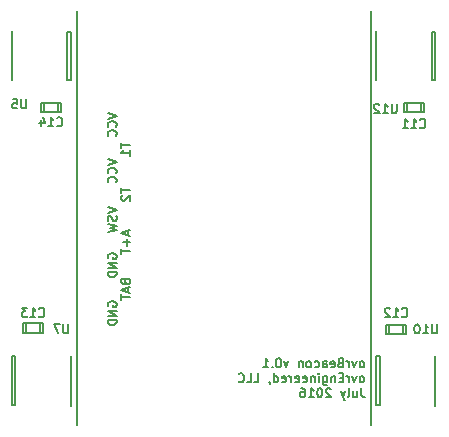
<source format=gbo>
G04 #@! TF.FileFunction,Legend,Bot*
%FSLAX46Y46*%
G04 Gerber Fmt 4.6, Leading zero omitted, Abs format (unit mm)*
G04 Created by KiCad (PCBNEW 4.0.2-stable) date Monday, July 11, 2016 'AMt' 09:48:24 AM*
%MOMM*%
G01*
G04 APERTURE LIST*
%ADD10C,0.100000*%
%ADD11C,0.200000*%
%ADD12C,0.190500*%
%ADD13C,0.127000*%
%ADD14C,0.150000*%
G04 APERTURE END LIST*
D10*
D11*
X101092000Y-50800000D02*
X101092000Y-85852000D01*
X76200000Y-50800000D02*
X76200000Y-85852000D01*
D12*
X79973714Y-61921571D02*
X79973714Y-62357000D01*
X80735714Y-62139286D02*
X79973714Y-62139286D01*
X80735714Y-63010142D02*
X80735714Y-62574714D01*
X80735714Y-62792428D02*
X79973714Y-62792428D01*
X80082571Y-62719857D01*
X80155143Y-62647285D01*
X80191429Y-62574714D01*
X78830714Y-59381571D02*
X79592714Y-59635571D01*
X78830714Y-59889571D01*
X79520143Y-60579000D02*
X79556429Y-60542714D01*
X79592714Y-60433857D01*
X79592714Y-60361286D01*
X79556429Y-60252429D01*
X79483857Y-60179857D01*
X79411286Y-60143572D01*
X79266143Y-60107286D01*
X79157286Y-60107286D01*
X79012143Y-60143572D01*
X78939571Y-60179857D01*
X78867000Y-60252429D01*
X78830714Y-60361286D01*
X78830714Y-60433857D01*
X78867000Y-60542714D01*
X78903286Y-60579000D01*
X79520143Y-61341000D02*
X79556429Y-61304714D01*
X79592714Y-61195857D01*
X79592714Y-61123286D01*
X79556429Y-61014429D01*
X79483857Y-60941857D01*
X79411286Y-60905572D01*
X79266143Y-60869286D01*
X79157286Y-60869286D01*
X79012143Y-60905572D01*
X78939571Y-60941857D01*
X78867000Y-61014429D01*
X78830714Y-61123286D01*
X78830714Y-61195857D01*
X78867000Y-61304714D01*
X78903286Y-61341000D01*
X78830714Y-63318571D02*
X79592714Y-63572571D01*
X78830714Y-63826571D01*
X79520143Y-64516000D02*
X79556429Y-64479714D01*
X79592714Y-64370857D01*
X79592714Y-64298286D01*
X79556429Y-64189429D01*
X79483857Y-64116857D01*
X79411286Y-64080572D01*
X79266143Y-64044286D01*
X79157286Y-64044286D01*
X79012143Y-64080572D01*
X78939571Y-64116857D01*
X78867000Y-64189429D01*
X78830714Y-64298286D01*
X78830714Y-64370857D01*
X78867000Y-64479714D01*
X78903286Y-64516000D01*
X79520143Y-65278000D02*
X79556429Y-65241714D01*
X79592714Y-65132857D01*
X79592714Y-65060286D01*
X79556429Y-64951429D01*
X79483857Y-64878857D01*
X79411286Y-64842572D01*
X79266143Y-64806286D01*
X79157286Y-64806286D01*
X79012143Y-64842572D01*
X78939571Y-64878857D01*
X78867000Y-64951429D01*
X78830714Y-65060286D01*
X78830714Y-65132857D01*
X78867000Y-65241714D01*
X78903286Y-65278000D01*
X79973714Y-65731571D02*
X79973714Y-66167000D01*
X80735714Y-65949286D02*
X79973714Y-65949286D01*
X80046286Y-66384714D02*
X80010000Y-66421000D01*
X79973714Y-66493571D01*
X79973714Y-66675000D01*
X80010000Y-66747571D01*
X80046286Y-66783857D01*
X80118857Y-66820142D01*
X80191429Y-66820142D01*
X80300286Y-66783857D01*
X80735714Y-66348428D01*
X80735714Y-66820142D01*
X78830714Y-67382571D02*
X79592714Y-67636571D01*
X78830714Y-67890571D01*
X79556429Y-68108286D02*
X79592714Y-68217143D01*
X79592714Y-68398572D01*
X79556429Y-68471143D01*
X79520143Y-68507429D01*
X79447571Y-68543714D01*
X79375000Y-68543714D01*
X79302429Y-68507429D01*
X79266143Y-68471143D01*
X79229857Y-68398572D01*
X79193571Y-68253429D01*
X79157286Y-68180857D01*
X79121000Y-68144572D01*
X79048429Y-68108286D01*
X78975857Y-68108286D01*
X78903286Y-68144572D01*
X78867000Y-68180857D01*
X78830714Y-68253429D01*
X78830714Y-68434857D01*
X78867000Y-68543714D01*
X78830714Y-68797714D02*
X79592714Y-68979143D01*
X79048429Y-69124286D01*
X79592714Y-69269428D01*
X78830714Y-69450857D01*
X80518000Y-69360143D02*
X80518000Y-69723000D01*
X80735714Y-69287571D02*
X79973714Y-69541571D01*
X80735714Y-69795571D01*
X80445429Y-70049572D02*
X80445429Y-70630143D01*
X80735714Y-70339857D02*
X80155143Y-70339857D01*
X79973714Y-70884143D02*
X79973714Y-71319572D01*
X80735714Y-71101858D02*
X79973714Y-71101858D01*
X80336571Y-73714429D02*
X80372857Y-73823286D01*
X80409143Y-73859571D01*
X80481714Y-73895857D01*
X80590571Y-73895857D01*
X80663143Y-73859571D01*
X80699429Y-73823286D01*
X80735714Y-73750714D01*
X80735714Y-73460429D01*
X79973714Y-73460429D01*
X79973714Y-73714429D01*
X80010000Y-73787000D01*
X80046286Y-73823286D01*
X80118857Y-73859571D01*
X80191429Y-73859571D01*
X80264000Y-73823286D01*
X80300286Y-73787000D01*
X80336571Y-73714429D01*
X80336571Y-73460429D01*
X80518000Y-74186143D02*
X80518000Y-74549000D01*
X80735714Y-74113571D02*
X79973714Y-74367571D01*
X80735714Y-74621571D01*
X79973714Y-74766714D02*
X79973714Y-75202143D01*
X80735714Y-74984429D02*
X79973714Y-74984429D01*
X78867000Y-71700571D02*
X78830714Y-71628000D01*
X78830714Y-71519143D01*
X78867000Y-71410286D01*
X78939571Y-71337714D01*
X79012143Y-71301429D01*
X79157286Y-71265143D01*
X79266143Y-71265143D01*
X79411286Y-71301429D01*
X79483857Y-71337714D01*
X79556429Y-71410286D01*
X79592714Y-71519143D01*
X79592714Y-71591714D01*
X79556429Y-71700571D01*
X79520143Y-71736857D01*
X79266143Y-71736857D01*
X79266143Y-71591714D01*
X79592714Y-72063429D02*
X78830714Y-72063429D01*
X79592714Y-72498857D01*
X78830714Y-72498857D01*
X79592714Y-72861715D02*
X78830714Y-72861715D01*
X78830714Y-73043143D01*
X78867000Y-73152000D01*
X78939571Y-73224572D01*
X79012143Y-73260857D01*
X79157286Y-73297143D01*
X79266143Y-73297143D01*
X79411286Y-73260857D01*
X79483857Y-73224572D01*
X79556429Y-73152000D01*
X79592714Y-73043143D01*
X79592714Y-72861715D01*
X78867000Y-75764571D02*
X78830714Y-75692000D01*
X78830714Y-75583143D01*
X78867000Y-75474286D01*
X78939571Y-75401714D01*
X79012143Y-75365429D01*
X79157286Y-75329143D01*
X79266143Y-75329143D01*
X79411286Y-75365429D01*
X79483857Y-75401714D01*
X79556429Y-75474286D01*
X79592714Y-75583143D01*
X79592714Y-75655714D01*
X79556429Y-75764571D01*
X79520143Y-75800857D01*
X79266143Y-75800857D01*
X79266143Y-75655714D01*
X79592714Y-76127429D02*
X78830714Y-76127429D01*
X79592714Y-76562857D01*
X78830714Y-76562857D01*
X79592714Y-76925715D02*
X78830714Y-76925715D01*
X78830714Y-77107143D01*
X78867000Y-77216000D01*
X78939571Y-77288572D01*
X79012143Y-77324857D01*
X79157286Y-77361143D01*
X79266143Y-77361143D01*
X79411286Y-77324857D01*
X79483857Y-77288572D01*
X79556429Y-77216000D01*
X79592714Y-77107143D01*
X79592714Y-76925715D01*
X100420714Y-80938914D02*
X100493286Y-80902629D01*
X100529571Y-80866343D01*
X100565857Y-80793771D01*
X100565857Y-80576057D01*
X100529571Y-80503486D01*
X100493286Y-80467200D01*
X100420714Y-80430914D01*
X100311857Y-80430914D01*
X100239286Y-80467200D01*
X100203000Y-80503486D01*
X100166714Y-80576057D01*
X100166714Y-80793771D01*
X100203000Y-80866343D01*
X100239286Y-80902629D01*
X100311857Y-80938914D01*
X100420714Y-80938914D01*
X99912714Y-80430914D02*
X99731285Y-80938914D01*
X99549857Y-80430914D01*
X99259571Y-80938914D02*
X99259571Y-80430914D01*
X99259571Y-80576057D02*
X99223286Y-80503486D01*
X99187000Y-80467200D01*
X99114429Y-80430914D01*
X99041857Y-80430914D01*
X98533857Y-80539771D02*
X98425000Y-80576057D01*
X98388715Y-80612343D01*
X98352429Y-80684914D01*
X98352429Y-80793771D01*
X98388715Y-80866343D01*
X98425000Y-80902629D01*
X98497572Y-80938914D01*
X98787857Y-80938914D01*
X98787857Y-80176914D01*
X98533857Y-80176914D01*
X98461286Y-80213200D01*
X98425000Y-80249486D01*
X98388715Y-80322057D01*
X98388715Y-80394629D01*
X98425000Y-80467200D01*
X98461286Y-80503486D01*
X98533857Y-80539771D01*
X98787857Y-80539771D01*
X97735572Y-80902629D02*
X97808143Y-80938914D01*
X97953286Y-80938914D01*
X98025857Y-80902629D01*
X98062143Y-80830057D01*
X98062143Y-80539771D01*
X98025857Y-80467200D01*
X97953286Y-80430914D01*
X97808143Y-80430914D01*
X97735572Y-80467200D01*
X97699286Y-80539771D01*
X97699286Y-80612343D01*
X98062143Y-80684914D01*
X97046143Y-80938914D02*
X97046143Y-80539771D01*
X97082429Y-80467200D01*
X97155000Y-80430914D01*
X97300143Y-80430914D01*
X97372714Y-80467200D01*
X97046143Y-80902629D02*
X97118714Y-80938914D01*
X97300143Y-80938914D01*
X97372714Y-80902629D01*
X97409000Y-80830057D01*
X97409000Y-80757486D01*
X97372714Y-80684914D01*
X97300143Y-80648629D01*
X97118714Y-80648629D01*
X97046143Y-80612343D01*
X96356714Y-80902629D02*
X96429285Y-80938914D01*
X96574428Y-80938914D01*
X96647000Y-80902629D01*
X96683285Y-80866343D01*
X96719571Y-80793771D01*
X96719571Y-80576057D01*
X96683285Y-80503486D01*
X96647000Y-80467200D01*
X96574428Y-80430914D01*
X96429285Y-80430914D01*
X96356714Y-80467200D01*
X95921285Y-80938914D02*
X95993857Y-80902629D01*
X96030142Y-80866343D01*
X96066428Y-80793771D01*
X96066428Y-80576057D01*
X96030142Y-80503486D01*
X95993857Y-80467200D01*
X95921285Y-80430914D01*
X95812428Y-80430914D01*
X95739857Y-80467200D01*
X95703571Y-80503486D01*
X95667285Y-80576057D01*
X95667285Y-80793771D01*
X95703571Y-80866343D01*
X95739857Y-80902629D01*
X95812428Y-80938914D01*
X95921285Y-80938914D01*
X95340713Y-80430914D02*
X95340713Y-80938914D01*
X95340713Y-80503486D02*
X95304428Y-80467200D01*
X95231856Y-80430914D01*
X95122999Y-80430914D01*
X95050428Y-80467200D01*
X95014142Y-80539771D01*
X95014142Y-80938914D01*
X94143285Y-80430914D02*
X93961856Y-80938914D01*
X93780428Y-80430914D01*
X93345000Y-80176914D02*
X93272428Y-80176914D01*
X93199857Y-80213200D01*
X93163571Y-80249486D01*
X93127285Y-80322057D01*
X93091000Y-80467200D01*
X93091000Y-80648629D01*
X93127285Y-80793771D01*
X93163571Y-80866343D01*
X93199857Y-80902629D01*
X93272428Y-80938914D01*
X93345000Y-80938914D01*
X93417571Y-80902629D01*
X93453857Y-80866343D01*
X93490142Y-80793771D01*
X93526428Y-80648629D01*
X93526428Y-80467200D01*
X93490142Y-80322057D01*
X93453857Y-80249486D01*
X93417571Y-80213200D01*
X93345000Y-80176914D01*
X92764428Y-80866343D02*
X92728143Y-80902629D01*
X92764428Y-80938914D01*
X92800714Y-80902629D01*
X92764428Y-80866343D01*
X92764428Y-80938914D01*
X92002429Y-80938914D02*
X92437857Y-80938914D01*
X92220143Y-80938914D02*
X92220143Y-80176914D01*
X92292714Y-80285771D01*
X92365286Y-80358343D01*
X92437857Y-80394629D01*
X100420714Y-82196214D02*
X100493286Y-82159929D01*
X100529571Y-82123643D01*
X100565857Y-82051071D01*
X100565857Y-81833357D01*
X100529571Y-81760786D01*
X100493286Y-81724500D01*
X100420714Y-81688214D01*
X100311857Y-81688214D01*
X100239286Y-81724500D01*
X100203000Y-81760786D01*
X100166714Y-81833357D01*
X100166714Y-82051071D01*
X100203000Y-82123643D01*
X100239286Y-82159929D01*
X100311857Y-82196214D01*
X100420714Y-82196214D01*
X99912714Y-81688214D02*
X99731285Y-82196214D01*
X99549857Y-81688214D01*
X99259571Y-82196214D02*
X99259571Y-81688214D01*
X99259571Y-81833357D02*
X99223286Y-81760786D01*
X99187000Y-81724500D01*
X99114429Y-81688214D01*
X99041857Y-81688214D01*
X98787857Y-81797071D02*
X98533857Y-81797071D01*
X98425000Y-82196214D02*
X98787857Y-82196214D01*
X98787857Y-81434214D01*
X98425000Y-81434214D01*
X98098428Y-81688214D02*
X98098428Y-82196214D01*
X98098428Y-81760786D02*
X98062143Y-81724500D01*
X97989571Y-81688214D01*
X97880714Y-81688214D01*
X97808143Y-81724500D01*
X97771857Y-81797071D01*
X97771857Y-82196214D01*
X97082428Y-81688214D02*
X97082428Y-82305071D01*
X97118714Y-82377643D01*
X97154999Y-82413929D01*
X97227571Y-82450214D01*
X97336428Y-82450214D01*
X97408999Y-82413929D01*
X97082428Y-82159929D02*
X97154999Y-82196214D01*
X97300142Y-82196214D01*
X97372714Y-82159929D01*
X97408999Y-82123643D01*
X97445285Y-82051071D01*
X97445285Y-81833357D01*
X97408999Y-81760786D01*
X97372714Y-81724500D01*
X97300142Y-81688214D01*
X97154999Y-81688214D01*
X97082428Y-81724500D01*
X96719570Y-82196214D02*
X96719570Y-81688214D01*
X96719570Y-81434214D02*
X96755856Y-81470500D01*
X96719570Y-81506786D01*
X96683285Y-81470500D01*
X96719570Y-81434214D01*
X96719570Y-81506786D01*
X96356713Y-81688214D02*
X96356713Y-82196214D01*
X96356713Y-81760786D02*
X96320428Y-81724500D01*
X96247856Y-81688214D01*
X96138999Y-81688214D01*
X96066428Y-81724500D01*
X96030142Y-81797071D01*
X96030142Y-82196214D01*
X95376999Y-82159929D02*
X95449570Y-82196214D01*
X95594713Y-82196214D01*
X95667284Y-82159929D01*
X95703570Y-82087357D01*
X95703570Y-81797071D01*
X95667284Y-81724500D01*
X95594713Y-81688214D01*
X95449570Y-81688214D01*
X95376999Y-81724500D01*
X95340713Y-81797071D01*
X95340713Y-81869643D01*
X95703570Y-81942214D01*
X94723856Y-82159929D02*
X94796427Y-82196214D01*
X94941570Y-82196214D01*
X95014141Y-82159929D01*
X95050427Y-82087357D01*
X95050427Y-81797071D01*
X95014141Y-81724500D01*
X94941570Y-81688214D01*
X94796427Y-81688214D01*
X94723856Y-81724500D01*
X94687570Y-81797071D01*
X94687570Y-81869643D01*
X95050427Y-81942214D01*
X94360998Y-82196214D02*
X94360998Y-81688214D01*
X94360998Y-81833357D02*
X94324713Y-81760786D01*
X94288427Y-81724500D01*
X94215856Y-81688214D01*
X94143284Y-81688214D01*
X93598999Y-82159929D02*
X93671570Y-82196214D01*
X93816713Y-82196214D01*
X93889284Y-82159929D01*
X93925570Y-82087357D01*
X93925570Y-81797071D01*
X93889284Y-81724500D01*
X93816713Y-81688214D01*
X93671570Y-81688214D01*
X93598999Y-81724500D01*
X93562713Y-81797071D01*
X93562713Y-81869643D01*
X93925570Y-81942214D01*
X92909570Y-82196214D02*
X92909570Y-81434214D01*
X92909570Y-82159929D02*
X92982141Y-82196214D01*
X93127284Y-82196214D01*
X93199856Y-82159929D01*
X93236141Y-82123643D01*
X93272427Y-82051071D01*
X93272427Y-81833357D01*
X93236141Y-81760786D01*
X93199856Y-81724500D01*
X93127284Y-81688214D01*
X92982141Y-81688214D01*
X92909570Y-81724500D01*
X92510427Y-82159929D02*
X92510427Y-82196214D01*
X92546712Y-82268786D01*
X92582998Y-82305071D01*
X91240427Y-82196214D02*
X91603284Y-82196214D01*
X91603284Y-81434214D01*
X90623570Y-82196214D02*
X90986427Y-82196214D01*
X90986427Y-81434214D01*
X89934142Y-82123643D02*
X89970428Y-82159929D01*
X90079285Y-82196214D01*
X90151856Y-82196214D01*
X90260713Y-82159929D01*
X90333285Y-82087357D01*
X90369570Y-82014786D01*
X90405856Y-81869643D01*
X90405856Y-81760786D01*
X90369570Y-81615643D01*
X90333285Y-81543071D01*
X90260713Y-81470500D01*
X90151856Y-81434214D01*
X90079285Y-81434214D01*
X89970428Y-81470500D01*
X89934142Y-81506786D01*
X100311857Y-82691514D02*
X100311857Y-83235800D01*
X100348143Y-83344657D01*
X100420714Y-83417229D01*
X100529571Y-83453514D01*
X100602143Y-83453514D01*
X99622429Y-82945514D02*
X99622429Y-83453514D01*
X99949000Y-82945514D02*
X99949000Y-83344657D01*
X99912715Y-83417229D01*
X99840143Y-83453514D01*
X99731286Y-83453514D01*
X99658715Y-83417229D01*
X99622429Y-83380943D01*
X99150714Y-83453514D02*
X99223286Y-83417229D01*
X99259571Y-83344657D01*
X99259571Y-82691514D01*
X98933000Y-82945514D02*
X98751571Y-83453514D01*
X98570143Y-82945514D02*
X98751571Y-83453514D01*
X98824143Y-83634943D01*
X98860428Y-83671229D01*
X98933000Y-83707514D01*
X97735572Y-82764086D02*
X97699286Y-82727800D01*
X97626715Y-82691514D01*
X97445286Y-82691514D01*
X97372715Y-82727800D01*
X97336429Y-82764086D01*
X97300144Y-82836657D01*
X97300144Y-82909229D01*
X97336429Y-83018086D01*
X97771858Y-83453514D01*
X97300144Y-83453514D01*
X96828430Y-82691514D02*
X96755858Y-82691514D01*
X96683287Y-82727800D01*
X96647001Y-82764086D01*
X96610715Y-82836657D01*
X96574430Y-82981800D01*
X96574430Y-83163229D01*
X96610715Y-83308371D01*
X96647001Y-83380943D01*
X96683287Y-83417229D01*
X96755858Y-83453514D01*
X96828430Y-83453514D01*
X96901001Y-83417229D01*
X96937287Y-83380943D01*
X96973572Y-83308371D01*
X97009858Y-83163229D01*
X97009858Y-82981800D01*
X96973572Y-82836657D01*
X96937287Y-82764086D01*
X96901001Y-82727800D01*
X96828430Y-82691514D01*
X95848716Y-83453514D02*
X96284144Y-83453514D01*
X96066430Y-83453514D02*
X96066430Y-82691514D01*
X96139001Y-82800371D01*
X96211573Y-82872943D01*
X96284144Y-82909229D01*
X95195573Y-82691514D02*
X95340716Y-82691514D01*
X95413287Y-82727800D01*
X95449573Y-82764086D01*
X95522144Y-82872943D01*
X95558430Y-83018086D01*
X95558430Y-83308371D01*
X95522144Y-83380943D01*
X95485859Y-83417229D01*
X95413287Y-83453514D01*
X95268144Y-83453514D01*
X95195573Y-83417229D01*
X95159287Y-83380943D01*
X95123002Y-83308371D01*
X95123002Y-83126943D01*
X95159287Y-83054371D01*
X95195573Y-83018086D01*
X95268144Y-82981800D01*
X95413287Y-82981800D01*
X95485859Y-83018086D01*
X95522144Y-83054371D01*
X95558430Y-83126943D01*
D13*
X105333800Y-58521600D02*
X105333800Y-59334400D01*
X104216200Y-59309000D02*
X104216200Y-58521600D01*
X103962200Y-59334400D02*
X105587800Y-59334400D01*
X105587800Y-59334400D02*
X105587800Y-58521600D01*
X105587800Y-58521600D02*
X103962200Y-58521600D01*
X103962200Y-58521600D02*
X103962200Y-59334400D01*
X102692200Y-78130400D02*
X102692200Y-77317600D01*
X103809800Y-77343000D02*
X103809800Y-78130400D01*
X104063800Y-77317600D02*
X102438200Y-77317600D01*
X102438200Y-77317600D02*
X102438200Y-78130400D01*
X102438200Y-78130400D02*
X104063800Y-78130400D01*
X104063800Y-78130400D02*
X104063800Y-77317600D01*
X71958200Y-78003400D02*
X71958200Y-77190600D01*
X73075800Y-77216000D02*
X73075800Y-78003400D01*
X73329800Y-77190600D02*
X71704200Y-77190600D01*
X71704200Y-77190600D02*
X71704200Y-78003400D01*
X71704200Y-78003400D02*
X73329800Y-78003400D01*
X73329800Y-78003400D02*
X73329800Y-77190600D01*
X74599800Y-58521600D02*
X74599800Y-59334400D01*
X73482200Y-59309000D02*
X73482200Y-58521600D01*
X73228200Y-59334400D02*
X74853800Y-59334400D01*
X74853800Y-59334400D02*
X74853800Y-58521600D01*
X74853800Y-58521600D02*
X73228200Y-58521600D01*
X73228200Y-58521600D02*
X73228200Y-59334400D01*
D14*
X75703000Y-56642000D02*
X75403000Y-56642000D01*
X75403000Y-56642000D02*
X75403000Y-52542000D01*
X75403000Y-52542000D02*
X75703000Y-52542000D01*
X70703000Y-56642000D02*
X70703000Y-52442000D01*
X75703000Y-56642000D02*
X75703000Y-52542000D01*
X70728000Y-80010000D02*
X71028000Y-80010000D01*
X71028000Y-80010000D02*
X71028000Y-84110000D01*
X71028000Y-84110000D02*
X70728000Y-84110000D01*
X75728000Y-80010000D02*
X75728000Y-84210000D01*
X70728000Y-80010000D02*
X70728000Y-84110000D01*
X101589000Y-80010000D02*
X101889000Y-80010000D01*
X101889000Y-80010000D02*
X101889000Y-84110000D01*
X101889000Y-84110000D02*
X101589000Y-84110000D01*
X106589000Y-80010000D02*
X106589000Y-84210000D01*
X101589000Y-80010000D02*
X101589000Y-84110000D01*
X106564000Y-56642000D02*
X106264000Y-56642000D01*
X106264000Y-56642000D02*
X106264000Y-52542000D01*
X106264000Y-52542000D02*
X106564000Y-52542000D01*
X101564000Y-56642000D02*
X101564000Y-52442000D01*
X106564000Y-56642000D02*
X106564000Y-52542000D01*
D12*
X105264857Y-60597143D02*
X105301143Y-60633429D01*
X105410000Y-60669714D01*
X105482571Y-60669714D01*
X105591428Y-60633429D01*
X105664000Y-60560857D01*
X105700285Y-60488286D01*
X105736571Y-60343143D01*
X105736571Y-60234286D01*
X105700285Y-60089143D01*
X105664000Y-60016571D01*
X105591428Y-59944000D01*
X105482571Y-59907714D01*
X105410000Y-59907714D01*
X105301143Y-59944000D01*
X105264857Y-59980286D01*
X104539143Y-60669714D02*
X104974571Y-60669714D01*
X104756857Y-60669714D02*
X104756857Y-59907714D01*
X104829428Y-60016571D01*
X104902000Y-60089143D01*
X104974571Y-60125429D01*
X103813429Y-60669714D02*
X104248857Y-60669714D01*
X104031143Y-60669714D02*
X104031143Y-59907714D01*
X104103714Y-60016571D01*
X104176286Y-60089143D01*
X104248857Y-60125429D01*
X103740857Y-76599143D02*
X103777143Y-76635429D01*
X103886000Y-76671714D01*
X103958571Y-76671714D01*
X104067428Y-76635429D01*
X104140000Y-76562857D01*
X104176285Y-76490286D01*
X104212571Y-76345143D01*
X104212571Y-76236286D01*
X104176285Y-76091143D01*
X104140000Y-76018571D01*
X104067428Y-75946000D01*
X103958571Y-75909714D01*
X103886000Y-75909714D01*
X103777143Y-75946000D01*
X103740857Y-75982286D01*
X103015143Y-76671714D02*
X103450571Y-76671714D01*
X103232857Y-76671714D02*
X103232857Y-75909714D01*
X103305428Y-76018571D01*
X103378000Y-76091143D01*
X103450571Y-76127429D01*
X102724857Y-75982286D02*
X102688571Y-75946000D01*
X102616000Y-75909714D01*
X102434571Y-75909714D01*
X102362000Y-75946000D01*
X102325714Y-75982286D01*
X102289429Y-76054857D01*
X102289429Y-76127429D01*
X102325714Y-76236286D01*
X102761143Y-76671714D01*
X102289429Y-76671714D01*
X73006857Y-76599143D02*
X73043143Y-76635429D01*
X73152000Y-76671714D01*
X73224571Y-76671714D01*
X73333428Y-76635429D01*
X73406000Y-76562857D01*
X73442285Y-76490286D01*
X73478571Y-76345143D01*
X73478571Y-76236286D01*
X73442285Y-76091143D01*
X73406000Y-76018571D01*
X73333428Y-75946000D01*
X73224571Y-75909714D01*
X73152000Y-75909714D01*
X73043143Y-75946000D01*
X73006857Y-75982286D01*
X72281143Y-76671714D02*
X72716571Y-76671714D01*
X72498857Y-76671714D02*
X72498857Y-75909714D01*
X72571428Y-76018571D01*
X72644000Y-76091143D01*
X72716571Y-76127429D01*
X72027143Y-75909714D02*
X71555429Y-75909714D01*
X71809429Y-76200000D01*
X71700571Y-76200000D01*
X71628000Y-76236286D01*
X71591714Y-76272571D01*
X71555429Y-76345143D01*
X71555429Y-76526571D01*
X71591714Y-76599143D01*
X71628000Y-76635429D01*
X71700571Y-76671714D01*
X71918286Y-76671714D01*
X71990857Y-76635429D01*
X72027143Y-76599143D01*
X74530857Y-60470143D02*
X74567143Y-60506429D01*
X74676000Y-60542714D01*
X74748571Y-60542714D01*
X74857428Y-60506429D01*
X74930000Y-60433857D01*
X74966285Y-60361286D01*
X75002571Y-60216143D01*
X75002571Y-60107286D01*
X74966285Y-59962143D01*
X74930000Y-59889571D01*
X74857428Y-59817000D01*
X74748571Y-59780714D01*
X74676000Y-59780714D01*
X74567143Y-59817000D01*
X74530857Y-59853286D01*
X73805143Y-60542714D02*
X74240571Y-60542714D01*
X74022857Y-60542714D02*
X74022857Y-59780714D01*
X74095428Y-59889571D01*
X74168000Y-59962143D01*
X74240571Y-59998429D01*
X73152000Y-60034714D02*
X73152000Y-60542714D01*
X73333429Y-59744429D02*
X73514857Y-60288714D01*
X73043143Y-60288714D01*
X71954571Y-58256714D02*
X71954571Y-58873571D01*
X71918286Y-58946143D01*
X71882000Y-58982429D01*
X71809429Y-59018714D01*
X71664286Y-59018714D01*
X71591714Y-58982429D01*
X71555429Y-58946143D01*
X71519143Y-58873571D01*
X71519143Y-58256714D01*
X70793428Y-58256714D02*
X71156285Y-58256714D01*
X71192571Y-58619571D01*
X71156285Y-58583286D01*
X71083714Y-58547000D01*
X70902285Y-58547000D01*
X70829714Y-58583286D01*
X70793428Y-58619571D01*
X70757143Y-58692143D01*
X70757143Y-58873571D01*
X70793428Y-58946143D01*
X70829714Y-58982429D01*
X70902285Y-59018714D01*
X71083714Y-59018714D01*
X71156285Y-58982429D01*
X71192571Y-58946143D01*
X75510571Y-77306714D02*
X75510571Y-77923571D01*
X75474286Y-77996143D01*
X75438000Y-78032429D01*
X75365429Y-78068714D01*
X75220286Y-78068714D01*
X75147714Y-78032429D01*
X75111429Y-77996143D01*
X75075143Y-77923571D01*
X75075143Y-77306714D01*
X74784857Y-77306714D02*
X74276857Y-77306714D01*
X74603428Y-78068714D01*
X106734428Y-77306714D02*
X106734428Y-77923571D01*
X106698143Y-77996143D01*
X106661857Y-78032429D01*
X106589286Y-78068714D01*
X106444143Y-78068714D01*
X106371571Y-78032429D01*
X106335286Y-77996143D01*
X106299000Y-77923571D01*
X106299000Y-77306714D01*
X105537000Y-78068714D02*
X105972428Y-78068714D01*
X105754714Y-78068714D02*
X105754714Y-77306714D01*
X105827285Y-77415571D01*
X105899857Y-77488143D01*
X105972428Y-77524429D01*
X105065286Y-77306714D02*
X104992714Y-77306714D01*
X104920143Y-77343000D01*
X104883857Y-77379286D01*
X104847571Y-77451857D01*
X104811286Y-77597000D01*
X104811286Y-77778429D01*
X104847571Y-77923571D01*
X104883857Y-77996143D01*
X104920143Y-78032429D01*
X104992714Y-78068714D01*
X105065286Y-78068714D01*
X105137857Y-78032429D01*
X105174143Y-77996143D01*
X105210428Y-77923571D01*
X105246714Y-77778429D01*
X105246714Y-77597000D01*
X105210428Y-77451857D01*
X105174143Y-77379286D01*
X105137857Y-77343000D01*
X105065286Y-77306714D01*
X103305428Y-58637714D02*
X103305428Y-59254571D01*
X103269143Y-59327143D01*
X103232857Y-59363429D01*
X103160286Y-59399714D01*
X103015143Y-59399714D01*
X102942571Y-59363429D01*
X102906286Y-59327143D01*
X102870000Y-59254571D01*
X102870000Y-58637714D01*
X102108000Y-59399714D02*
X102543428Y-59399714D01*
X102325714Y-59399714D02*
X102325714Y-58637714D01*
X102398285Y-58746571D01*
X102470857Y-58819143D01*
X102543428Y-58855429D01*
X101817714Y-58710286D02*
X101781428Y-58674000D01*
X101708857Y-58637714D01*
X101527428Y-58637714D01*
X101454857Y-58674000D01*
X101418571Y-58710286D01*
X101382286Y-58782857D01*
X101382286Y-58855429D01*
X101418571Y-58964286D01*
X101854000Y-59399714D01*
X101382286Y-59399714D01*
M02*

</source>
